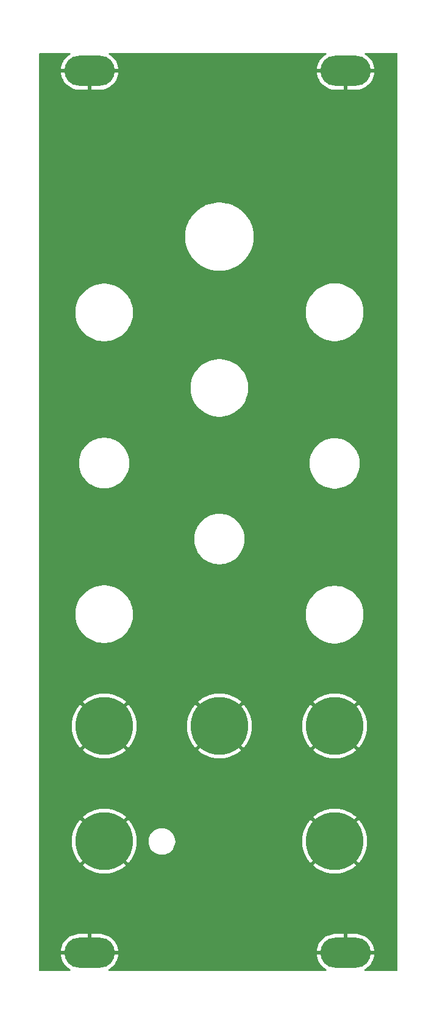
<source format=gbr>
%TF.GenerationSoftware,KiCad,Pcbnew,9.0.5*%
%TF.CreationDate,2025-11-15T20:55:57+01:00*%
%TF.ProjectId,FV1 Panel,46563120-5061-46e6-956c-2e6b69636164,rev?*%
%TF.SameCoordinates,Original*%
%TF.FileFunction,Copper,L2,Bot*%
%TF.FilePolarity,Positive*%
%FSLAX46Y46*%
G04 Gerber Fmt 4.6, Leading zero omitted, Abs format (unit mm)*
G04 Created by KiCad (PCBNEW 9.0.5) date 2025-11-15 20:55:57*
%MOMM*%
%LPD*%
G01*
G04 APERTURE LIST*
%TA.AperFunction,ComponentPad*%
%ADD10O,7.000000X4.200000*%
%TD*%
%TA.AperFunction,ComponentPad*%
%ADD11C,8.000000*%
%TD*%
G04 APERTURE END LIST*
D10*
%TO.P,,*%
%TO.N,GND*%
X152743956Y-165244752D03*
%TD*%
D11*
%TO.P,,*%
%TO.N,GND*%
X119233956Y-133744752D03*
%TD*%
%TO.P,,*%
%TO.N,GND*%
X135233956Y-133744752D03*
%TD*%
%TO.P,,*%
%TO.N,GND*%
X151233956Y-149744752D03*
%TD*%
%TO.P,,*%
%TO.N,GND*%
X119233956Y-149744752D03*
%TD*%
D10*
%TO.P,,*%
%TO.N,GND*%
X117203956Y-42734752D03*
%TD*%
%TO.P,,*%
%TO.N,GND*%
X152763956Y-42734752D03*
%TD*%
%TO.P,,*%
%TO.N,GND*%
X117183956Y-165244752D03*
%TD*%
D11*
%TO.P,,*%
%TO.N,GND*%
X151233956Y-133744752D03*
%TD*%
%TA.AperFunction,Conductor*%
%TO.N,GND*%
G36*
X114494778Y-40265254D02*
G01*
X114541271Y-40318910D01*
X114551375Y-40389184D01*
X114521881Y-40453764D01*
X114493693Y-40477939D01*
X114292411Y-40604412D01*
X114292404Y-40604416D01*
X114063382Y-40787055D01*
X113856259Y-40994178D01*
X113673620Y-41223200D01*
X113673616Y-41223207D01*
X113517781Y-41471218D01*
X113390683Y-41735138D01*
X113390675Y-41735158D01*
X113293936Y-42011620D01*
X113228753Y-42297203D01*
X113208073Y-42480751D01*
X113208073Y-42480752D01*
X114224241Y-42480752D01*
X114203956Y-42608829D01*
X114203956Y-42860675D01*
X114224241Y-42988752D01*
X113208073Y-42988752D01*
X113228753Y-43172300D01*
X113293936Y-43457883D01*
X113390675Y-43734345D01*
X113390683Y-43734365D01*
X113517781Y-43998285D01*
X113673616Y-44246296D01*
X113673620Y-44246303D01*
X113856259Y-44475325D01*
X114063382Y-44682448D01*
X114292404Y-44865087D01*
X114292411Y-44865091D01*
X114540422Y-45020926D01*
X114804342Y-45148024D01*
X114804362Y-45148032D01*
X115080824Y-45244771D01*
X115366406Y-45309954D01*
X115657493Y-45342752D01*
X116949956Y-45342752D01*
X116949956Y-44334752D01*
X117457956Y-44334752D01*
X117457956Y-45342752D01*
X118750419Y-45342752D01*
X119041505Y-45309954D01*
X119327087Y-45244771D01*
X119603549Y-45148032D01*
X119603569Y-45148024D01*
X119867489Y-45020926D01*
X120115500Y-44865091D01*
X120115507Y-44865087D01*
X120344529Y-44682448D01*
X120551652Y-44475325D01*
X120734291Y-44246303D01*
X120734295Y-44246296D01*
X120890130Y-43998285D01*
X121017228Y-43734365D01*
X121017236Y-43734345D01*
X121113975Y-43457883D01*
X121179158Y-43172300D01*
X121199838Y-42988752D01*
X120183671Y-42988752D01*
X120203956Y-42860675D01*
X120203956Y-42608829D01*
X120183671Y-42480752D01*
X121199839Y-42480752D01*
X121199838Y-42480751D01*
X121179158Y-42297203D01*
X121113975Y-42011620D01*
X121017236Y-41735158D01*
X121017228Y-41735138D01*
X120890130Y-41471218D01*
X120734295Y-41223207D01*
X120734291Y-41223200D01*
X120551652Y-40994178D01*
X120344529Y-40787055D01*
X120115507Y-40604416D01*
X120115500Y-40604412D01*
X119914219Y-40477939D01*
X119867181Y-40424761D01*
X119856361Y-40354594D01*
X119885194Y-40289715D01*
X119944525Y-40250724D01*
X119981255Y-40245252D01*
X149986657Y-40245252D01*
X150054778Y-40265254D01*
X150101271Y-40318910D01*
X150111375Y-40389184D01*
X150081881Y-40453764D01*
X150053693Y-40477939D01*
X149852411Y-40604412D01*
X149852404Y-40604416D01*
X149623382Y-40787055D01*
X149416259Y-40994178D01*
X149233620Y-41223200D01*
X149233616Y-41223207D01*
X149077781Y-41471218D01*
X148950683Y-41735138D01*
X148950675Y-41735158D01*
X148853936Y-42011620D01*
X148788753Y-42297203D01*
X148768073Y-42480751D01*
X148768073Y-42480752D01*
X149784241Y-42480752D01*
X149763956Y-42608829D01*
X149763956Y-42860675D01*
X149784241Y-42988752D01*
X148768073Y-42988752D01*
X148788753Y-43172300D01*
X148853936Y-43457883D01*
X148950675Y-43734345D01*
X148950683Y-43734365D01*
X149077781Y-43998285D01*
X149233616Y-44246296D01*
X149233620Y-44246303D01*
X149416259Y-44475325D01*
X149623382Y-44682448D01*
X149852404Y-44865087D01*
X149852411Y-44865091D01*
X150100422Y-45020926D01*
X150364342Y-45148024D01*
X150364362Y-45148032D01*
X150640824Y-45244771D01*
X150926406Y-45309954D01*
X151217493Y-45342752D01*
X152509956Y-45342752D01*
X152509956Y-44334752D01*
X153017956Y-44334752D01*
X153017956Y-45342752D01*
X154310419Y-45342752D01*
X154601505Y-45309954D01*
X154887087Y-45244771D01*
X155163549Y-45148032D01*
X155163569Y-45148024D01*
X155427489Y-45020926D01*
X155675500Y-44865091D01*
X155675507Y-44865087D01*
X155904529Y-44682448D01*
X156111652Y-44475325D01*
X156294291Y-44246303D01*
X156294295Y-44246296D01*
X156450130Y-43998285D01*
X156577228Y-43734365D01*
X156577236Y-43734345D01*
X156673975Y-43457883D01*
X156739158Y-43172300D01*
X156759838Y-42988752D01*
X155743671Y-42988752D01*
X155763956Y-42860675D01*
X155763956Y-42608829D01*
X155743671Y-42480752D01*
X156759839Y-42480752D01*
X156759838Y-42480751D01*
X156739158Y-42297203D01*
X156673975Y-42011620D01*
X156577236Y-41735158D01*
X156577228Y-41735138D01*
X156450130Y-41471218D01*
X156294295Y-41223207D01*
X156294291Y-41223200D01*
X156111652Y-40994178D01*
X155904529Y-40787055D01*
X155675507Y-40604416D01*
X155675500Y-40604412D01*
X155474219Y-40477939D01*
X155427181Y-40424761D01*
X155416361Y-40354594D01*
X155445194Y-40289715D01*
X155504525Y-40250724D01*
X155541255Y-40245252D01*
X159867456Y-40245252D01*
X159935577Y-40265254D01*
X159982070Y-40318910D01*
X159993456Y-40371252D01*
X159993456Y-167618252D01*
X159973454Y-167686373D01*
X159919798Y-167732866D01*
X159867456Y-167744252D01*
X155505340Y-167744252D01*
X155437219Y-167724250D01*
X155390726Y-167670594D01*
X155380622Y-167600320D01*
X155410116Y-167535740D01*
X155438304Y-167511565D01*
X155655500Y-167375091D01*
X155655507Y-167375087D01*
X155884529Y-167192448D01*
X156091652Y-166985325D01*
X156274291Y-166756303D01*
X156274295Y-166756296D01*
X156430130Y-166508285D01*
X156557228Y-166244365D01*
X156557236Y-166244345D01*
X156653975Y-165967883D01*
X156719158Y-165682300D01*
X156739838Y-165498752D01*
X155723671Y-165498752D01*
X155743956Y-165370675D01*
X155743956Y-165118829D01*
X155723671Y-164990752D01*
X156739839Y-164990752D01*
X156739838Y-164990751D01*
X156719158Y-164807203D01*
X156653975Y-164521620D01*
X156557236Y-164245158D01*
X156557228Y-164245138D01*
X156430130Y-163981218D01*
X156274295Y-163733207D01*
X156274291Y-163733200D01*
X156091652Y-163504178D01*
X155884529Y-163297055D01*
X155655507Y-163114416D01*
X155655500Y-163114412D01*
X155407489Y-162958577D01*
X155143569Y-162831479D01*
X155143549Y-162831471D01*
X154867087Y-162734732D01*
X154581505Y-162669549D01*
X154290419Y-162636752D01*
X152997956Y-162636752D01*
X152997956Y-163644752D01*
X152489956Y-163644752D01*
X152489956Y-162636752D01*
X151197493Y-162636752D01*
X150906406Y-162669549D01*
X150620824Y-162734732D01*
X150344362Y-162831471D01*
X150344342Y-162831479D01*
X150080422Y-162958577D01*
X149832411Y-163114412D01*
X149832404Y-163114416D01*
X149603382Y-163297055D01*
X149396259Y-163504178D01*
X149213620Y-163733200D01*
X149213616Y-163733207D01*
X149057781Y-163981218D01*
X148930683Y-164245138D01*
X148930675Y-164245158D01*
X148833936Y-164521620D01*
X148768753Y-164807203D01*
X148748073Y-164990751D01*
X148748073Y-164990752D01*
X149764241Y-164990752D01*
X149743956Y-165118829D01*
X149743956Y-165370675D01*
X149764241Y-165498752D01*
X148748073Y-165498752D01*
X148768753Y-165682300D01*
X148833936Y-165967883D01*
X148930675Y-166244345D01*
X148930683Y-166244365D01*
X149057781Y-166508285D01*
X149213616Y-166756296D01*
X149213620Y-166756303D01*
X149396259Y-166985325D01*
X149603382Y-167192448D01*
X149832404Y-167375087D01*
X149832411Y-167375091D01*
X150049608Y-167511565D01*
X150096646Y-167564743D01*
X150107466Y-167634910D01*
X150078633Y-167699789D01*
X150019302Y-167738780D01*
X149982572Y-167744252D01*
X119945340Y-167744252D01*
X119877219Y-167724250D01*
X119830726Y-167670594D01*
X119820622Y-167600320D01*
X119850116Y-167535740D01*
X119878304Y-167511565D01*
X120095500Y-167375091D01*
X120095507Y-167375087D01*
X120324529Y-167192448D01*
X120531652Y-166985325D01*
X120714291Y-166756303D01*
X120714295Y-166756296D01*
X120870130Y-166508285D01*
X120997228Y-166244365D01*
X120997236Y-166244345D01*
X121093975Y-165967883D01*
X121159158Y-165682300D01*
X121179838Y-165498752D01*
X120163671Y-165498752D01*
X120183956Y-165370675D01*
X120183956Y-165118829D01*
X120163671Y-164990752D01*
X121179839Y-164990752D01*
X121179838Y-164990751D01*
X121159158Y-164807203D01*
X121093975Y-164521620D01*
X120997236Y-164245158D01*
X120997228Y-164245138D01*
X120870130Y-163981218D01*
X120714295Y-163733207D01*
X120714291Y-163733200D01*
X120531652Y-163504178D01*
X120324529Y-163297055D01*
X120095507Y-163114416D01*
X120095500Y-163114412D01*
X119847489Y-162958577D01*
X119583569Y-162831479D01*
X119583549Y-162831471D01*
X119307087Y-162734732D01*
X119021505Y-162669549D01*
X118730419Y-162636752D01*
X117437956Y-162636752D01*
X117437956Y-163644752D01*
X116929956Y-163644752D01*
X116929956Y-162636752D01*
X115637493Y-162636752D01*
X115346406Y-162669549D01*
X115060824Y-162734732D01*
X114784362Y-162831471D01*
X114784342Y-162831479D01*
X114520422Y-162958577D01*
X114272411Y-163114412D01*
X114272404Y-163114416D01*
X114043382Y-163297055D01*
X113836259Y-163504178D01*
X113653620Y-163733200D01*
X113653616Y-163733207D01*
X113497781Y-163981218D01*
X113370683Y-164245138D01*
X113370675Y-164245158D01*
X113273936Y-164521620D01*
X113208753Y-164807203D01*
X113188073Y-164990751D01*
X113188073Y-164990752D01*
X114204241Y-164990752D01*
X114183956Y-165118829D01*
X114183956Y-165370675D01*
X114204241Y-165498752D01*
X113188073Y-165498752D01*
X113208753Y-165682300D01*
X113273936Y-165967883D01*
X113370675Y-166244345D01*
X113370683Y-166244365D01*
X113497781Y-166508285D01*
X113653616Y-166756296D01*
X113653620Y-166756303D01*
X113836259Y-166985325D01*
X114043382Y-167192448D01*
X114272404Y-167375087D01*
X114272411Y-167375091D01*
X114489608Y-167511565D01*
X114536646Y-167564743D01*
X114547466Y-167634910D01*
X114518633Y-167699789D01*
X114459302Y-167738780D01*
X114422572Y-167744252D01*
X110320456Y-167744252D01*
X110252335Y-167724250D01*
X110205842Y-167670594D01*
X110194456Y-167618252D01*
X110194456Y-149547934D01*
X114725956Y-149547934D01*
X114725956Y-149941569D01*
X114760264Y-150333723D01*
X114828621Y-150721393D01*
X114828621Y-150721394D01*
X114930506Y-151101633D01*
X115065138Y-151471531D01*
X115231497Y-151828291D01*
X115231507Y-151828309D01*
X115428324Y-152169205D01*
X115428330Y-152169213D01*
X115654112Y-152491662D01*
X115870250Y-152749246D01*
X116762823Y-151856672D01*
X116822961Y-151929950D01*
X117048758Y-152155747D01*
X117122033Y-152215882D01*
X116229460Y-153108456D01*
X116229460Y-153108457D01*
X116487045Y-153324595D01*
X116809494Y-153550377D01*
X116809502Y-153550383D01*
X117150398Y-153747200D01*
X117150416Y-153747210D01*
X117507176Y-153913569D01*
X117877074Y-154048201D01*
X118257314Y-154150086D01*
X118644984Y-154218443D01*
X119037138Y-154252752D01*
X119430774Y-154252752D01*
X119822927Y-154218443D01*
X120210597Y-154150086D01*
X120210598Y-154150086D01*
X120590837Y-154048201D01*
X120960735Y-153913569D01*
X121317495Y-153747210D01*
X121317513Y-153747200D01*
X121658409Y-153550383D01*
X121658417Y-153550377D01*
X121980867Y-153324595D01*
X122238450Y-153108456D01*
X121345877Y-152215883D01*
X121419154Y-152155747D01*
X121644951Y-151929950D01*
X121705087Y-151856673D01*
X122597660Y-152749246D01*
X122813799Y-152491663D01*
X123039581Y-152169213D01*
X123039587Y-152169205D01*
X123236404Y-151828309D01*
X123236414Y-151828291D01*
X123402773Y-151471531D01*
X123537405Y-151101633D01*
X123639290Y-150721394D01*
X123639290Y-150721393D01*
X123707647Y-150333723D01*
X123741956Y-149941569D01*
X123741956Y-149643461D01*
X125393456Y-149643461D01*
X125393456Y-149886042D01*
X125425116Y-150126534D01*
X125487900Y-150360847D01*
X125487901Y-150360849D01*
X125487902Y-150360852D01*
X125580732Y-150584964D01*
X125580733Y-150584965D01*
X125580738Y-150584976D01*
X125702017Y-150795037D01*
X125702019Y-150795040D01*
X125702020Y-150795041D01*
X125849691Y-150987490D01*
X125849695Y-150987494D01*
X125849700Y-150987500D01*
X126021207Y-151159007D01*
X126021212Y-151159011D01*
X126021218Y-151159017D01*
X126213667Y-151306688D01*
X126213670Y-151306690D01*
X126423731Y-151427969D01*
X126423735Y-151427970D01*
X126423744Y-151427976D01*
X126647856Y-151520806D01*
X126882167Y-151583590D01*
X126882171Y-151583590D01*
X126882173Y-151583591D01*
X126944158Y-151591751D01*
X127122668Y-151615252D01*
X127122675Y-151615252D01*
X127365237Y-151615252D01*
X127365244Y-151615252D01*
X127582593Y-151586637D01*
X127605738Y-151583591D01*
X127605738Y-151583590D01*
X127605745Y-151583590D01*
X127840056Y-151520806D01*
X128064168Y-151427976D01*
X128274245Y-151306688D01*
X128466694Y-151159017D01*
X128638221Y-150987490D01*
X128785892Y-150795041D01*
X128907180Y-150584964D01*
X129000010Y-150360852D01*
X129062794Y-150126541D01*
X129094456Y-149886040D01*
X129094456Y-149643464D01*
X129081879Y-149547934D01*
X146725956Y-149547934D01*
X146725956Y-149941569D01*
X146760264Y-150333723D01*
X146828621Y-150721393D01*
X146828621Y-150721394D01*
X146930506Y-151101633D01*
X147065138Y-151471531D01*
X147231497Y-151828291D01*
X147231507Y-151828309D01*
X147428324Y-152169205D01*
X147428330Y-152169213D01*
X147654112Y-152491662D01*
X147870250Y-152749246D01*
X148762823Y-151856672D01*
X148822961Y-151929950D01*
X149048758Y-152155747D01*
X149122033Y-152215882D01*
X148229460Y-153108456D01*
X148229460Y-153108457D01*
X148487045Y-153324595D01*
X148809494Y-153550377D01*
X148809502Y-153550383D01*
X149150398Y-153747200D01*
X149150416Y-153747210D01*
X149507176Y-153913569D01*
X149877074Y-154048201D01*
X150257314Y-154150086D01*
X150644984Y-154218443D01*
X151037138Y-154252752D01*
X151430774Y-154252752D01*
X151822927Y-154218443D01*
X152210597Y-154150086D01*
X152210598Y-154150086D01*
X152590837Y-154048201D01*
X152960735Y-153913569D01*
X153317495Y-153747210D01*
X153317513Y-153747200D01*
X153658409Y-153550383D01*
X153658417Y-153550377D01*
X153980867Y-153324595D01*
X154238450Y-153108456D01*
X153345877Y-152215883D01*
X153419154Y-152155747D01*
X153644951Y-151929950D01*
X153705087Y-151856673D01*
X154597660Y-152749246D01*
X154813799Y-152491663D01*
X155039581Y-152169213D01*
X155039587Y-152169205D01*
X155236404Y-151828309D01*
X155236414Y-151828291D01*
X155402773Y-151471531D01*
X155537405Y-151101633D01*
X155639290Y-150721394D01*
X155639290Y-150721393D01*
X155707647Y-150333723D01*
X155741956Y-149941569D01*
X155741956Y-149547934D01*
X155707647Y-149155780D01*
X155639290Y-148768110D01*
X155639290Y-148768109D01*
X155537405Y-148387870D01*
X155402773Y-148017972D01*
X155236414Y-147661212D01*
X155236404Y-147661194D01*
X155039587Y-147320298D01*
X155039581Y-147320290D01*
X154813799Y-146997841D01*
X154597660Y-146740256D01*
X153705086Y-147632829D01*
X153644951Y-147559554D01*
X153419154Y-147333757D01*
X153345876Y-147273619D01*
X154238450Y-146381046D01*
X154238450Y-146381045D01*
X153980866Y-146164908D01*
X153658417Y-145939126D01*
X153658409Y-145939120D01*
X153317513Y-145742303D01*
X153317495Y-145742293D01*
X152960735Y-145575934D01*
X152590837Y-145441302D01*
X152210597Y-145339417D01*
X151822927Y-145271060D01*
X151430774Y-145236752D01*
X151037138Y-145236752D01*
X150644984Y-145271060D01*
X150257314Y-145339417D01*
X150257313Y-145339417D01*
X149877074Y-145441302D01*
X149507176Y-145575934D01*
X149150416Y-145742293D01*
X149150398Y-145742303D01*
X148809502Y-145939120D01*
X148809494Y-145939126D01*
X148487045Y-146164908D01*
X148229460Y-146381045D01*
X149122034Y-147273620D01*
X149048758Y-147333757D01*
X148822961Y-147559554D01*
X148762824Y-147632830D01*
X147870249Y-146740256D01*
X147654112Y-146997841D01*
X147428330Y-147320290D01*
X147428324Y-147320298D01*
X147231507Y-147661194D01*
X147231497Y-147661212D01*
X147065138Y-148017972D01*
X146930506Y-148387870D01*
X146828621Y-148768109D01*
X146828621Y-148768110D01*
X146760264Y-149155780D01*
X146725956Y-149547934D01*
X129081879Y-149547934D01*
X129062795Y-149402970D01*
X129062794Y-149402969D01*
X129062794Y-149402963D01*
X129000010Y-149168652D01*
X128907180Y-148944540D01*
X128907174Y-148944531D01*
X128907173Y-148944527D01*
X128785894Y-148734466D01*
X128785892Y-148734463D01*
X128638221Y-148542014D01*
X128638215Y-148542008D01*
X128638211Y-148542003D01*
X128466704Y-148370496D01*
X128466698Y-148370491D01*
X128466694Y-148370487D01*
X128274245Y-148222816D01*
X128274244Y-148222815D01*
X128274241Y-148222813D01*
X128064180Y-148101534D01*
X128064172Y-148101530D01*
X128064168Y-148101528D01*
X127840056Y-148008698D01*
X127840053Y-148008697D01*
X127840051Y-148008696D01*
X127605738Y-147945912D01*
X127365246Y-147914252D01*
X127365244Y-147914252D01*
X127122668Y-147914252D01*
X127122665Y-147914252D01*
X126882173Y-147945912D01*
X126647860Y-148008696D01*
X126647856Y-148008698D01*
X126495266Y-148071903D01*
X126423742Y-148101529D01*
X126423731Y-148101534D01*
X126213670Y-148222813D01*
X126021218Y-148370487D01*
X126021207Y-148370496D01*
X125849700Y-148542003D01*
X125849691Y-148542014D01*
X125702017Y-148734466D01*
X125580738Y-148944527D01*
X125580733Y-148944538D01*
X125487902Y-149168652D01*
X125487900Y-149168656D01*
X125425116Y-149402969D01*
X125393456Y-149643461D01*
X123741956Y-149643461D01*
X123741956Y-149547934D01*
X123707647Y-149155780D01*
X123639290Y-148768110D01*
X123639290Y-148768109D01*
X123537405Y-148387870D01*
X123402773Y-148017972D01*
X123236414Y-147661212D01*
X123236404Y-147661194D01*
X123039587Y-147320298D01*
X123039581Y-147320290D01*
X122813799Y-146997841D01*
X122597660Y-146740256D01*
X121705086Y-147632829D01*
X121644951Y-147559554D01*
X121419154Y-147333757D01*
X121345876Y-147273619D01*
X122238450Y-146381046D01*
X122238450Y-146381045D01*
X121980866Y-146164908D01*
X121658417Y-145939126D01*
X121658409Y-145939120D01*
X121317513Y-145742303D01*
X121317495Y-145742293D01*
X120960735Y-145575934D01*
X120590837Y-145441302D01*
X120210597Y-145339417D01*
X119822927Y-145271060D01*
X119430774Y-145236752D01*
X119037138Y-145236752D01*
X118644984Y-145271060D01*
X118257314Y-145339417D01*
X118257313Y-145339417D01*
X117877074Y-145441302D01*
X117507176Y-145575934D01*
X117150416Y-145742293D01*
X117150398Y-145742303D01*
X116809502Y-145939120D01*
X116809494Y-145939126D01*
X116487045Y-146164908D01*
X116229460Y-146381045D01*
X117122034Y-147273620D01*
X117048758Y-147333757D01*
X116822961Y-147559554D01*
X116762824Y-147632830D01*
X115870249Y-146740256D01*
X115654112Y-146997841D01*
X115428330Y-147320290D01*
X115428324Y-147320298D01*
X115231507Y-147661194D01*
X115231497Y-147661212D01*
X115065138Y-148017972D01*
X114930506Y-148387870D01*
X114828621Y-148768109D01*
X114828621Y-148768110D01*
X114760264Y-149155780D01*
X114725956Y-149547934D01*
X110194456Y-149547934D01*
X110194456Y-133547934D01*
X114725956Y-133547934D01*
X114725956Y-133941569D01*
X114760264Y-134333723D01*
X114828621Y-134721393D01*
X114828621Y-134721394D01*
X114930506Y-135101633D01*
X115065138Y-135471531D01*
X115231497Y-135828291D01*
X115231507Y-135828309D01*
X115428324Y-136169205D01*
X115428330Y-136169213D01*
X115654112Y-136491662D01*
X115870250Y-136749246D01*
X116762823Y-135856672D01*
X116822961Y-135929950D01*
X117048758Y-136155747D01*
X117122033Y-136215882D01*
X116229460Y-137108456D01*
X116229460Y-137108457D01*
X116487045Y-137324595D01*
X116809494Y-137550377D01*
X116809502Y-137550383D01*
X117150398Y-137747200D01*
X117150416Y-137747210D01*
X117507176Y-137913569D01*
X117877074Y-138048201D01*
X118257314Y-138150086D01*
X118644984Y-138218443D01*
X119037138Y-138252752D01*
X119430774Y-138252752D01*
X119822927Y-138218443D01*
X120210597Y-138150086D01*
X120210598Y-138150086D01*
X120590837Y-138048201D01*
X120960735Y-137913569D01*
X121317495Y-137747210D01*
X121317513Y-137747200D01*
X121658409Y-137550383D01*
X121658417Y-137550377D01*
X121980867Y-137324595D01*
X122238450Y-137108456D01*
X121345877Y-136215883D01*
X121419154Y-136155747D01*
X121644951Y-135929950D01*
X121705087Y-135856673D01*
X122597660Y-136749246D01*
X122813799Y-136491663D01*
X123039581Y-136169213D01*
X123039587Y-136169205D01*
X123236404Y-135828309D01*
X123236414Y-135828291D01*
X123402773Y-135471531D01*
X123537405Y-135101633D01*
X123639290Y-134721394D01*
X123639290Y-134721393D01*
X123707647Y-134333723D01*
X123741956Y-133941569D01*
X123741956Y-133547934D01*
X130725956Y-133547934D01*
X130725956Y-133941569D01*
X130760264Y-134333723D01*
X130828621Y-134721393D01*
X130828621Y-134721394D01*
X130930506Y-135101633D01*
X131065138Y-135471531D01*
X131231497Y-135828291D01*
X131231507Y-135828309D01*
X131428324Y-136169205D01*
X131428330Y-136169213D01*
X131654112Y-136491662D01*
X131870250Y-136749246D01*
X132762823Y-135856672D01*
X132822961Y-135929950D01*
X133048758Y-136155747D01*
X133122033Y-136215882D01*
X132229460Y-137108456D01*
X132229460Y-137108457D01*
X132487045Y-137324595D01*
X132809494Y-137550377D01*
X132809502Y-137550383D01*
X133150398Y-137747200D01*
X133150416Y-137747210D01*
X133507176Y-137913569D01*
X133877074Y-138048201D01*
X134257314Y-138150086D01*
X134644984Y-138218443D01*
X135037138Y-138252752D01*
X135430774Y-138252752D01*
X135822927Y-138218443D01*
X136210597Y-138150086D01*
X136210598Y-138150086D01*
X136590837Y-138048201D01*
X136960735Y-137913569D01*
X137317495Y-137747210D01*
X137317513Y-137747200D01*
X137658409Y-137550383D01*
X137658417Y-137550377D01*
X137980867Y-137324595D01*
X138238450Y-137108456D01*
X137345877Y-136215883D01*
X137419154Y-136155747D01*
X137644951Y-135929950D01*
X137705087Y-135856673D01*
X138597660Y-136749246D01*
X138813799Y-136491663D01*
X139039581Y-136169213D01*
X139039587Y-136169205D01*
X139236404Y-135828309D01*
X139236414Y-135828291D01*
X139402773Y-135471531D01*
X139537405Y-135101633D01*
X139639290Y-134721394D01*
X139639290Y-134721393D01*
X139707647Y-134333723D01*
X139741956Y-133941569D01*
X139741956Y-133547934D01*
X146725956Y-133547934D01*
X146725956Y-133941569D01*
X146760264Y-134333723D01*
X146828621Y-134721393D01*
X146828621Y-134721394D01*
X146930506Y-135101633D01*
X147065138Y-135471531D01*
X147231497Y-135828291D01*
X147231507Y-135828309D01*
X147428324Y-136169205D01*
X147428330Y-136169213D01*
X147654112Y-136491662D01*
X147870250Y-136749246D01*
X148762823Y-135856672D01*
X148822961Y-135929950D01*
X149048758Y-136155747D01*
X149122033Y-136215882D01*
X148229460Y-137108456D01*
X148229460Y-137108457D01*
X148487045Y-137324595D01*
X148809494Y-137550377D01*
X148809502Y-137550383D01*
X149150398Y-137747200D01*
X149150416Y-137747210D01*
X149507176Y-137913569D01*
X149877074Y-138048201D01*
X150257314Y-138150086D01*
X150644984Y-138218443D01*
X151037138Y-138252752D01*
X151430774Y-138252752D01*
X151822927Y-138218443D01*
X152210597Y-138150086D01*
X152210598Y-138150086D01*
X152590837Y-138048201D01*
X152960735Y-137913569D01*
X153317495Y-137747210D01*
X153317513Y-137747200D01*
X153658409Y-137550383D01*
X153658417Y-137550377D01*
X153980867Y-137324595D01*
X154238450Y-137108456D01*
X153345877Y-136215883D01*
X153419154Y-136155747D01*
X153644951Y-135929950D01*
X153705087Y-135856673D01*
X154597660Y-136749246D01*
X154813799Y-136491663D01*
X155039581Y-136169213D01*
X155039587Y-136169205D01*
X155236404Y-135828309D01*
X155236414Y-135828291D01*
X155402773Y-135471531D01*
X155537405Y-135101633D01*
X155639290Y-134721394D01*
X155639290Y-134721393D01*
X155707647Y-134333723D01*
X155741956Y-133941569D01*
X155741956Y-133547934D01*
X155707647Y-133155780D01*
X155639290Y-132768110D01*
X155639290Y-132768109D01*
X155537405Y-132387870D01*
X155402773Y-132017972D01*
X155236414Y-131661212D01*
X155236404Y-131661194D01*
X155039587Y-131320298D01*
X155039581Y-131320290D01*
X154813799Y-130997841D01*
X154597660Y-130740256D01*
X153705086Y-131632829D01*
X153644951Y-131559554D01*
X153419154Y-131333757D01*
X153345876Y-131273619D01*
X154238450Y-130381046D01*
X154238450Y-130381045D01*
X153980866Y-130164908D01*
X153658417Y-129939126D01*
X153658409Y-129939120D01*
X153317513Y-129742303D01*
X153317495Y-129742293D01*
X152960735Y-129575934D01*
X152590837Y-129441302D01*
X152210597Y-129339417D01*
X151822927Y-129271060D01*
X151430774Y-129236752D01*
X151037138Y-129236752D01*
X150644984Y-129271060D01*
X150257314Y-129339417D01*
X150257313Y-129339417D01*
X149877074Y-129441302D01*
X149507176Y-129575934D01*
X149150416Y-129742293D01*
X149150398Y-129742303D01*
X148809502Y-129939120D01*
X148809494Y-129939126D01*
X148487045Y-130164908D01*
X148229460Y-130381045D01*
X149122034Y-131273620D01*
X149048758Y-131333757D01*
X148822961Y-131559554D01*
X148762824Y-131632830D01*
X147870249Y-130740256D01*
X147654112Y-130997841D01*
X147428330Y-131320290D01*
X147428324Y-131320298D01*
X147231507Y-131661194D01*
X147231497Y-131661212D01*
X147065138Y-132017972D01*
X146930506Y-132387870D01*
X146828621Y-132768109D01*
X146828621Y-132768110D01*
X146760264Y-133155780D01*
X146725956Y-133547934D01*
X139741956Y-133547934D01*
X139707647Y-133155780D01*
X139639290Y-132768110D01*
X139639290Y-132768109D01*
X139537405Y-132387870D01*
X139402773Y-132017972D01*
X139236414Y-131661212D01*
X139236404Y-131661194D01*
X139039587Y-131320298D01*
X139039581Y-131320290D01*
X138813799Y-130997841D01*
X138597660Y-130740256D01*
X137705086Y-131632829D01*
X137644951Y-131559554D01*
X137419154Y-131333757D01*
X137345876Y-131273619D01*
X138238450Y-130381046D01*
X138238450Y-130381045D01*
X137980866Y-130164908D01*
X137658417Y-129939126D01*
X137658409Y-129939120D01*
X137317513Y-129742303D01*
X137317495Y-129742293D01*
X136960735Y-129575934D01*
X136590837Y-129441302D01*
X136210597Y-129339417D01*
X135822927Y-129271060D01*
X135430774Y-129236752D01*
X135037138Y-129236752D01*
X134644984Y-129271060D01*
X134257314Y-129339417D01*
X134257313Y-129339417D01*
X133877074Y-129441302D01*
X133507176Y-129575934D01*
X133150416Y-129742293D01*
X133150398Y-129742303D01*
X132809502Y-129939120D01*
X132809494Y-129939126D01*
X132487045Y-130164908D01*
X132229460Y-130381045D01*
X133122034Y-131273620D01*
X133048758Y-131333757D01*
X132822961Y-131559554D01*
X132762824Y-131632830D01*
X131870249Y-130740256D01*
X131654112Y-130997841D01*
X131428330Y-131320290D01*
X131428324Y-131320298D01*
X131231507Y-131661194D01*
X131231497Y-131661212D01*
X131065138Y-132017972D01*
X130930506Y-132387870D01*
X130828621Y-132768109D01*
X130828621Y-132768110D01*
X130760264Y-133155780D01*
X130725956Y-133547934D01*
X123741956Y-133547934D01*
X123707647Y-133155780D01*
X123639290Y-132768110D01*
X123639290Y-132768109D01*
X123537405Y-132387870D01*
X123402773Y-132017972D01*
X123236414Y-131661212D01*
X123236404Y-131661194D01*
X123039587Y-131320298D01*
X123039581Y-131320290D01*
X122813799Y-130997841D01*
X122597660Y-130740256D01*
X121705086Y-131632829D01*
X121644951Y-131559554D01*
X121419154Y-131333757D01*
X121345876Y-131273619D01*
X122238450Y-130381046D01*
X122238450Y-130381045D01*
X121980866Y-130164908D01*
X121658417Y-129939126D01*
X121658409Y-129939120D01*
X121317513Y-129742303D01*
X121317495Y-129742293D01*
X120960735Y-129575934D01*
X120590837Y-129441302D01*
X120210597Y-129339417D01*
X119822927Y-129271060D01*
X119430774Y-129236752D01*
X119037138Y-129236752D01*
X118644984Y-129271060D01*
X118257314Y-129339417D01*
X118257313Y-129339417D01*
X117877074Y-129441302D01*
X117507176Y-129575934D01*
X117150416Y-129742293D01*
X117150398Y-129742303D01*
X116809502Y-129939120D01*
X116809494Y-129939126D01*
X116487045Y-130164908D01*
X116229460Y-130381045D01*
X117122034Y-131273620D01*
X117048758Y-131333757D01*
X116822961Y-131559554D01*
X116762824Y-131632830D01*
X115870249Y-130740256D01*
X115654112Y-130997841D01*
X115428330Y-131320290D01*
X115428324Y-131320298D01*
X115231507Y-131661194D01*
X115231497Y-131661212D01*
X115065138Y-132017972D01*
X114930506Y-132387870D01*
X114828621Y-132768109D01*
X114828621Y-132768110D01*
X114760264Y-133155780D01*
X114725956Y-133547934D01*
X110194456Y-133547934D01*
X110194456Y-118008213D01*
X115213456Y-118008213D01*
X115213456Y-118401290D01*
X115251981Y-118792440D01*
X115251984Y-118792460D01*
X115328662Y-119177953D01*
X115442766Y-119554105D01*
X115442767Y-119554109D01*
X115593185Y-119917249D01*
X115778475Y-120263903D01*
X115996844Y-120590714D01*
X115996855Y-120590729D01*
X116246200Y-120894558D01*
X116246218Y-120894577D01*
X116524130Y-121172489D01*
X116524149Y-121172507D01*
X116597260Y-121232507D01*
X116827987Y-121421859D01*
X117154807Y-121640234D01*
X117501459Y-121825523D01*
X117864603Y-121975942D01*
X118240741Y-122090042D01*
X118240750Y-122090043D01*
X118240754Y-122090045D01*
X118371542Y-122116059D01*
X118626253Y-122166725D01*
X119017424Y-122205252D01*
X119017433Y-122205252D01*
X119410479Y-122205252D01*
X119410488Y-122205252D01*
X119801659Y-122166725D01*
X120119186Y-122103564D01*
X120187157Y-122090045D01*
X120187159Y-122090044D01*
X120187171Y-122090042D01*
X120563309Y-121975942D01*
X120926453Y-121825523D01*
X121273105Y-121640234D01*
X121599925Y-121421859D01*
X121903768Y-121172502D01*
X122181706Y-120894564D01*
X122431063Y-120590721D01*
X122649438Y-120263901D01*
X122834727Y-119917249D01*
X122985146Y-119554105D01*
X123099246Y-119177967D01*
X123175929Y-118792455D01*
X123214456Y-118401284D01*
X123214456Y-118068213D01*
X147233456Y-118068213D01*
X147233456Y-118461290D01*
X147271981Y-118852440D01*
X147271984Y-118852460D01*
X147348662Y-119237953D01*
X147462766Y-119614105D01*
X147462767Y-119614109D01*
X147613185Y-119977249D01*
X147798475Y-120323903D01*
X148016844Y-120650714D01*
X148016855Y-120650729D01*
X148266200Y-120954558D01*
X148266218Y-120954577D01*
X148544130Y-121232489D01*
X148544149Y-121232507D01*
X148847978Y-121481852D01*
X148847987Y-121481859D01*
X149174807Y-121700234D01*
X149521459Y-121885523D01*
X149884603Y-122035942D01*
X150260741Y-122150042D01*
X150260750Y-122150043D01*
X150260754Y-122150045D01*
X150391542Y-122176059D01*
X150646253Y-122226725D01*
X151037424Y-122265252D01*
X151037433Y-122265252D01*
X151430479Y-122265252D01*
X151430488Y-122265252D01*
X151821659Y-122226725D01*
X152139186Y-122163564D01*
X152207157Y-122150045D01*
X152207159Y-122150044D01*
X152207171Y-122150042D01*
X152583309Y-122035942D01*
X152946453Y-121885523D01*
X153293105Y-121700234D01*
X153619925Y-121481859D01*
X153923768Y-121232502D01*
X154201706Y-120954564D01*
X154451063Y-120650721D01*
X154669438Y-120323901D01*
X154854727Y-119977249D01*
X155005146Y-119614105D01*
X155119246Y-119237967D01*
X155195929Y-118852455D01*
X155234456Y-118461284D01*
X155234456Y-118068220D01*
X155195929Y-117677049D01*
X155119246Y-117291537D01*
X155005146Y-116915399D01*
X154854727Y-116552255D01*
X154669438Y-116205603D01*
X154451063Y-115878783D01*
X154451056Y-115878774D01*
X154201711Y-115574945D01*
X154201693Y-115574926D01*
X153923781Y-115297014D01*
X153923762Y-115296996D01*
X153619933Y-115047651D01*
X153619918Y-115047640D01*
X153293107Y-114829271D01*
X152946453Y-114643981D01*
X152583313Y-114493563D01*
X152583309Y-114493562D01*
X152385515Y-114433562D01*
X152207171Y-114379462D01*
X152207168Y-114379461D01*
X152207157Y-114379458D01*
X151821664Y-114302780D01*
X151821659Y-114302779D01*
X151821654Y-114302778D01*
X151821644Y-114302777D01*
X151430494Y-114264252D01*
X151430488Y-114264252D01*
X151037424Y-114264252D01*
X151037417Y-114264252D01*
X150646267Y-114302777D01*
X150646254Y-114302778D01*
X150646253Y-114302779D01*
X150646250Y-114302779D01*
X150646247Y-114302780D01*
X150260754Y-114379458D01*
X149884602Y-114493562D01*
X149884598Y-114493563D01*
X149521458Y-114643981D01*
X149174804Y-114829271D01*
X148847993Y-115047640D01*
X148847978Y-115047651D01*
X148544149Y-115296996D01*
X148544130Y-115297014D01*
X148266218Y-115574926D01*
X148266200Y-115574945D01*
X148016855Y-115878774D01*
X148016844Y-115878789D01*
X147798475Y-116205600D01*
X147613185Y-116552254D01*
X147462767Y-116915394D01*
X147462766Y-116915398D01*
X147348662Y-117291550D01*
X147271984Y-117677043D01*
X147271981Y-117677063D01*
X147233456Y-118068213D01*
X123214456Y-118068213D01*
X123214456Y-118008220D01*
X123175929Y-117617049D01*
X123125263Y-117362338D01*
X123099249Y-117231550D01*
X123099247Y-117231546D01*
X123099246Y-117231537D01*
X122985146Y-116855399D01*
X122834727Y-116492255D01*
X122649438Y-116145603D01*
X122431063Y-115818783D01*
X122431056Y-115818774D01*
X122181711Y-115514945D01*
X122181693Y-115514926D01*
X121903781Y-115237014D01*
X121903762Y-115236996D01*
X121599933Y-114987651D01*
X121599918Y-114987640D01*
X121273107Y-114769271D01*
X120926453Y-114583981D01*
X120563313Y-114433563D01*
X120563309Y-114433562D01*
X120187171Y-114319462D01*
X120187168Y-114319461D01*
X120187157Y-114319458D01*
X119801664Y-114242780D01*
X119801659Y-114242779D01*
X119801654Y-114242778D01*
X119801644Y-114242777D01*
X119410494Y-114204252D01*
X119410488Y-114204252D01*
X119017424Y-114204252D01*
X119017417Y-114204252D01*
X118626267Y-114242777D01*
X118626254Y-114242778D01*
X118626253Y-114242779D01*
X118626250Y-114242779D01*
X118626247Y-114242780D01*
X118240754Y-114319458D01*
X117864602Y-114433562D01*
X117864598Y-114433563D01*
X117501458Y-114583981D01*
X117154804Y-114769271D01*
X116827993Y-114987640D01*
X116827978Y-114987651D01*
X116524149Y-115236996D01*
X116524130Y-115237014D01*
X116246218Y-115514926D01*
X116246200Y-115514945D01*
X115996855Y-115818774D01*
X115996844Y-115818789D01*
X115778475Y-116145600D01*
X115593185Y-116492254D01*
X115442767Y-116855394D01*
X115442766Y-116855398D01*
X115328662Y-117231550D01*
X115251984Y-117617043D01*
X115251981Y-117617063D01*
X115213456Y-118008213D01*
X110194456Y-118008213D01*
X110194456Y-107602776D01*
X131723456Y-107602776D01*
X131723456Y-107946727D01*
X131757165Y-108288987D01*
X131757167Y-108289002D01*
X131824266Y-108626330D01*
X131924106Y-108955457D01*
X131924107Y-108955461D01*
X132055725Y-109273214D01*
X132217857Y-109576541D01*
X132408937Y-109862513D01*
X132627114Y-110128363D01*
X132627140Y-110128392D01*
X132870315Y-110371567D01*
X132870324Y-110371575D01*
X132870329Y-110371580D01*
X132870334Y-110371584D01*
X132870344Y-110371593D01*
X133136194Y-110589770D01*
X133422166Y-110780850D01*
X133422169Y-110780852D01*
X133725494Y-110942983D01*
X134043251Y-111074602D01*
X134372378Y-111174442D01*
X134709706Y-111241541D01*
X135051987Y-111275252D01*
X135051996Y-111275252D01*
X135395916Y-111275252D01*
X135395925Y-111275252D01*
X135738206Y-111241541D01*
X136075534Y-111174442D01*
X136404661Y-111074602D01*
X136722418Y-110942983D01*
X137025743Y-110780852D01*
X137311716Y-110589771D01*
X137577583Y-110371580D01*
X137820784Y-110128379D01*
X138038975Y-109862512D01*
X138230056Y-109576539D01*
X138392187Y-109273214D01*
X138523806Y-108955457D01*
X138623646Y-108626330D01*
X138690745Y-108289002D01*
X138724456Y-107946721D01*
X138724456Y-107602783D01*
X138690745Y-107260502D01*
X138623646Y-106923174D01*
X138523806Y-106594047D01*
X138392187Y-106276290D01*
X138230056Y-105972965D01*
X138038975Y-105686992D01*
X138038974Y-105686990D01*
X137820797Y-105421140D01*
X137820771Y-105421111D01*
X137577596Y-105177936D01*
X137577567Y-105177910D01*
X137311717Y-104959733D01*
X137025745Y-104768653D01*
X136722418Y-104606521D01*
X136404665Y-104474903D01*
X136404661Y-104474902D01*
X136075534Y-104375062D01*
X135850648Y-104330329D01*
X135738207Y-104307963D01*
X135738191Y-104307961D01*
X135395931Y-104274252D01*
X135395925Y-104274252D01*
X135051987Y-104274252D01*
X135051980Y-104274252D01*
X134709720Y-104307961D01*
X134709704Y-104307963D01*
X134484820Y-104352695D01*
X134372378Y-104375062D01*
X134207814Y-104424982D01*
X134043250Y-104474902D01*
X134043246Y-104474903D01*
X133725493Y-104606521D01*
X133422166Y-104768653D01*
X133136194Y-104959733D01*
X132870344Y-105177910D01*
X132870315Y-105177936D01*
X132627140Y-105421111D01*
X132627114Y-105421140D01*
X132408937Y-105686990D01*
X132217857Y-105972962D01*
X132055725Y-106276289D01*
X131924107Y-106594042D01*
X131924106Y-106594046D01*
X131824266Y-106923175D01*
X131757167Y-107260500D01*
X131757165Y-107260516D01*
X131723456Y-107602776D01*
X110194456Y-107602776D01*
X110194456Y-97032776D01*
X115713456Y-97032776D01*
X115713456Y-97376727D01*
X115747165Y-97718987D01*
X115747167Y-97719002D01*
X115814266Y-98056330D01*
X115832467Y-98116330D01*
X115914106Y-98385457D01*
X115914107Y-98385461D01*
X116045725Y-98703214D01*
X116207857Y-99006541D01*
X116398937Y-99292513D01*
X116617114Y-99558363D01*
X116617140Y-99558392D01*
X116860315Y-99801567D01*
X116860324Y-99801575D01*
X116860329Y-99801580D01*
X116860334Y-99801584D01*
X116860344Y-99801593D01*
X117126194Y-100019770D01*
X117215991Y-100079770D01*
X117412169Y-100210852D01*
X117715494Y-100372983D01*
X118033251Y-100504602D01*
X118362378Y-100604442D01*
X118699706Y-100671541D01*
X119041987Y-100705252D01*
X119041996Y-100705252D01*
X119385916Y-100705252D01*
X119385925Y-100705252D01*
X119728206Y-100671541D01*
X120065534Y-100604442D01*
X120394661Y-100504602D01*
X120712418Y-100372983D01*
X121015743Y-100210852D01*
X121301716Y-100019771D01*
X121567583Y-99801580D01*
X121810784Y-99558379D01*
X122028975Y-99292512D01*
X122220056Y-99006539D01*
X122382187Y-98703214D01*
X122513806Y-98385457D01*
X122613646Y-98056330D01*
X122680745Y-97719002D01*
X122714456Y-97376721D01*
X122714456Y-97092776D01*
X147733456Y-97092776D01*
X147733456Y-97436727D01*
X147767165Y-97778987D01*
X147767167Y-97779002D01*
X147834266Y-98116330D01*
X147915905Y-98385457D01*
X147934106Y-98445457D01*
X147934107Y-98445461D01*
X148065725Y-98763214D01*
X148227857Y-99066541D01*
X148418937Y-99352513D01*
X148637114Y-99618363D01*
X148637140Y-99618392D01*
X148880315Y-99861567D01*
X148880324Y-99861575D01*
X148880329Y-99861580D01*
X148880334Y-99861584D01*
X148880344Y-99861593D01*
X149146194Y-100079770D01*
X149432166Y-100270850D01*
X149432169Y-100270852D01*
X149735494Y-100432983D01*
X150053251Y-100564602D01*
X150382378Y-100664442D01*
X150719706Y-100731541D01*
X151061987Y-100765252D01*
X151061996Y-100765252D01*
X151405916Y-100765252D01*
X151405925Y-100765252D01*
X151748206Y-100731541D01*
X152085534Y-100664442D01*
X152414661Y-100564602D01*
X152732418Y-100432983D01*
X153035743Y-100270852D01*
X153321716Y-100079771D01*
X153587583Y-99861580D01*
X153830784Y-99618379D01*
X154048975Y-99352512D01*
X154240056Y-99066539D01*
X154402187Y-98763214D01*
X154533806Y-98445457D01*
X154633646Y-98116330D01*
X154700745Y-97779002D01*
X154734456Y-97436721D01*
X154734456Y-97092783D01*
X154700745Y-96750502D01*
X154633646Y-96413174D01*
X154533806Y-96084047D01*
X154402187Y-95766290D01*
X154240056Y-95462965D01*
X154048975Y-95176992D01*
X154048974Y-95176990D01*
X153830797Y-94911140D01*
X153830771Y-94911111D01*
X153587596Y-94667936D01*
X153587567Y-94667910D01*
X153321717Y-94449733D01*
X153035745Y-94258653D01*
X152732418Y-94096521D01*
X152414665Y-93964903D01*
X152414661Y-93964902D01*
X152085534Y-93865062D01*
X151860648Y-93820329D01*
X151748207Y-93797963D01*
X151748191Y-93797961D01*
X151405931Y-93764252D01*
X151405925Y-93764252D01*
X151061987Y-93764252D01*
X151061980Y-93764252D01*
X150719720Y-93797961D01*
X150719704Y-93797963D01*
X150494820Y-93842695D01*
X150382378Y-93865062D01*
X150217814Y-93914982D01*
X150053250Y-93964902D01*
X150053246Y-93964903D01*
X149735493Y-94096521D01*
X149432166Y-94258653D01*
X149146194Y-94449733D01*
X148880344Y-94667910D01*
X148880315Y-94667936D01*
X148637140Y-94911111D01*
X148637114Y-94911140D01*
X148418937Y-95176990D01*
X148227857Y-95462962D01*
X148065725Y-95766289D01*
X147934107Y-96084042D01*
X147934106Y-96084046D01*
X147834266Y-96413175D01*
X147767167Y-96750500D01*
X147767165Y-96750516D01*
X147733456Y-97092776D01*
X122714456Y-97092776D01*
X122714456Y-97032783D01*
X122680745Y-96690502D01*
X122613646Y-96353174D01*
X122513806Y-96024047D01*
X122382187Y-95706290D01*
X122220056Y-95402965D01*
X122069066Y-95176992D01*
X122028974Y-95116990D01*
X121810797Y-94851140D01*
X121810771Y-94851111D01*
X121567596Y-94607936D01*
X121567567Y-94607910D01*
X121301717Y-94389733D01*
X121015745Y-94198653D01*
X120712418Y-94036521D01*
X120394665Y-93904903D01*
X120394661Y-93904902D01*
X120065534Y-93805062D01*
X119840648Y-93760329D01*
X119728207Y-93737963D01*
X119728191Y-93737961D01*
X119385931Y-93704252D01*
X119385925Y-93704252D01*
X119041987Y-93704252D01*
X119041980Y-93704252D01*
X118699720Y-93737961D01*
X118699704Y-93737963D01*
X118474820Y-93782695D01*
X118362378Y-93805062D01*
X118197814Y-93854982D01*
X118033250Y-93904902D01*
X118033246Y-93904903D01*
X117715493Y-94036521D01*
X117412166Y-94198653D01*
X117126194Y-94389733D01*
X116860344Y-94607910D01*
X116860315Y-94607936D01*
X116617140Y-94851111D01*
X116617114Y-94851140D01*
X116398937Y-95116990D01*
X116207857Y-95402962D01*
X116045725Y-95706289D01*
X115914107Y-96024042D01*
X115914106Y-96024046D01*
X115814266Y-96353175D01*
X115747167Y-96690500D01*
X115747165Y-96690516D01*
X115713456Y-97032776D01*
X110194456Y-97032776D01*
X110194456Y-86578213D01*
X131223456Y-86578213D01*
X131223456Y-86971290D01*
X131261981Y-87362440D01*
X131261984Y-87362460D01*
X131338662Y-87747953D01*
X131452766Y-88124105D01*
X131452767Y-88124109D01*
X131603185Y-88487249D01*
X131788475Y-88833903D01*
X132006844Y-89160714D01*
X132006855Y-89160729D01*
X132256200Y-89464558D01*
X132256218Y-89464577D01*
X132534130Y-89742489D01*
X132534149Y-89742507D01*
X132837978Y-89991852D01*
X132837987Y-89991859D01*
X133164807Y-90210234D01*
X133511459Y-90395523D01*
X133874603Y-90545942D01*
X134250741Y-90660042D01*
X134250750Y-90660043D01*
X134250754Y-90660045D01*
X134381542Y-90686059D01*
X134636253Y-90736725D01*
X135027424Y-90775252D01*
X135027433Y-90775252D01*
X135420479Y-90775252D01*
X135420488Y-90775252D01*
X135811659Y-90736725D01*
X136129186Y-90673564D01*
X136197157Y-90660045D01*
X136197159Y-90660044D01*
X136197171Y-90660042D01*
X136573309Y-90545942D01*
X136936453Y-90395523D01*
X137283105Y-90210234D01*
X137609925Y-89991859D01*
X137913768Y-89742502D01*
X138191706Y-89464564D01*
X138441063Y-89160721D01*
X138659438Y-88833901D01*
X138844727Y-88487249D01*
X138995146Y-88124105D01*
X139109246Y-87747967D01*
X139185929Y-87362455D01*
X139224456Y-86971284D01*
X139224456Y-86578220D01*
X139185929Y-86187049D01*
X139109246Y-85801537D01*
X138995146Y-85425399D01*
X138844727Y-85062255D01*
X138659438Y-84715603D01*
X138441063Y-84388783D01*
X138441056Y-84388774D01*
X138191711Y-84084945D01*
X138191693Y-84084926D01*
X137913781Y-83807014D01*
X137913762Y-83806996D01*
X137609933Y-83557651D01*
X137609918Y-83557640D01*
X137283107Y-83339271D01*
X136936453Y-83153981D01*
X136573313Y-83003563D01*
X136573309Y-83003562D01*
X136197171Y-82889462D01*
X136197168Y-82889461D01*
X136197157Y-82889458D01*
X135811664Y-82812780D01*
X135811659Y-82812779D01*
X135811654Y-82812778D01*
X135811644Y-82812777D01*
X135420494Y-82774252D01*
X135420488Y-82774252D01*
X135027424Y-82774252D01*
X135027417Y-82774252D01*
X134636267Y-82812777D01*
X134636254Y-82812778D01*
X134636253Y-82812779D01*
X134636250Y-82812779D01*
X134636247Y-82812780D01*
X134250754Y-82889458D01*
X133874602Y-83003562D01*
X133874598Y-83003563D01*
X133511458Y-83153981D01*
X133164804Y-83339271D01*
X132837993Y-83557640D01*
X132837978Y-83557651D01*
X132534149Y-83806996D01*
X132534130Y-83807014D01*
X132256218Y-84084926D01*
X132256200Y-84084945D01*
X132006855Y-84388774D01*
X132006844Y-84388789D01*
X131788475Y-84715600D01*
X131603185Y-85062254D01*
X131452767Y-85425394D01*
X131452766Y-85425398D01*
X131338662Y-85801550D01*
X131261984Y-86187043D01*
X131261981Y-86187063D01*
X131223456Y-86578213D01*
X110194456Y-86578213D01*
X110194456Y-76098213D01*
X115213456Y-76098213D01*
X115213456Y-76491290D01*
X115251981Y-76882440D01*
X115251984Y-76882460D01*
X115328662Y-77267953D01*
X115442766Y-77644105D01*
X115442767Y-77644109D01*
X115593185Y-78007249D01*
X115778475Y-78353903D01*
X115996844Y-78680714D01*
X115996855Y-78680729D01*
X116246200Y-78984558D01*
X116246218Y-78984577D01*
X116524130Y-79262489D01*
X116524149Y-79262507D01*
X116827978Y-79511852D01*
X116827987Y-79511859D01*
X117154807Y-79730234D01*
X117501459Y-79915523D01*
X117864603Y-80065942D01*
X118240741Y-80180042D01*
X118240750Y-80180043D01*
X118240754Y-80180045D01*
X118371542Y-80206059D01*
X118626253Y-80256725D01*
X119017424Y-80295252D01*
X119017433Y-80295252D01*
X119410479Y-80295252D01*
X119410488Y-80295252D01*
X119801659Y-80256725D01*
X120119186Y-80193564D01*
X120187157Y-80180045D01*
X120187159Y-80180044D01*
X120187171Y-80180042D01*
X120563309Y-80065942D01*
X120926453Y-79915523D01*
X121273105Y-79730234D01*
X121599925Y-79511859D01*
X121903768Y-79262502D01*
X122181706Y-78984564D01*
X122431063Y-78680721D01*
X122649438Y-78353901D01*
X122834727Y-78007249D01*
X122985146Y-77644105D01*
X123099246Y-77267967D01*
X123175929Y-76882455D01*
X123214456Y-76491284D01*
X123214456Y-76098220D01*
X123211501Y-76068213D01*
X147233456Y-76068213D01*
X147233456Y-76461290D01*
X147271981Y-76852440D01*
X147271984Y-76852460D01*
X147348662Y-77237953D01*
X147348665Y-77237964D01*
X147348666Y-77237967D01*
X147462766Y-77614105D01*
X147462767Y-77614109D01*
X147613185Y-77977249D01*
X147798475Y-78323903D01*
X148016844Y-78650714D01*
X148016855Y-78650729D01*
X148266200Y-78954558D01*
X148266218Y-78954577D01*
X148544130Y-79232489D01*
X148544149Y-79232507D01*
X148847978Y-79481852D01*
X148847987Y-79481859D01*
X149174807Y-79700234D01*
X149521459Y-79885523D01*
X149884603Y-80035942D01*
X150260741Y-80150042D01*
X150260750Y-80150043D01*
X150260754Y-80150045D01*
X150391542Y-80176059D01*
X150646253Y-80226725D01*
X151037424Y-80265252D01*
X151037433Y-80265252D01*
X151430479Y-80265252D01*
X151430488Y-80265252D01*
X151821659Y-80226725D01*
X152139186Y-80163564D01*
X152207157Y-80150045D01*
X152207159Y-80150044D01*
X152207171Y-80150042D01*
X152583309Y-80035942D01*
X152946453Y-79885523D01*
X153293105Y-79700234D01*
X153619925Y-79481859D01*
X153923768Y-79232502D01*
X154201706Y-78954564D01*
X154451063Y-78650721D01*
X154669438Y-78323901D01*
X154854727Y-77977249D01*
X155005146Y-77614105D01*
X155119246Y-77237967D01*
X155195929Y-76852455D01*
X155234456Y-76461284D01*
X155234456Y-76068220D01*
X155195929Y-75677049D01*
X155125216Y-75321550D01*
X155119249Y-75291550D01*
X155119247Y-75291546D01*
X155119246Y-75291537D01*
X155005146Y-74915399D01*
X154854727Y-74552255D01*
X154669438Y-74205603D01*
X154451063Y-73878783D01*
X154451056Y-73878774D01*
X154201711Y-73574945D01*
X154201693Y-73574926D01*
X153923781Y-73297014D01*
X153923762Y-73296996D01*
X153619933Y-73047651D01*
X153619918Y-73047640D01*
X153293107Y-72829271D01*
X152946453Y-72643981D01*
X152583313Y-72493563D01*
X152583309Y-72493562D01*
X152207171Y-72379462D01*
X152207168Y-72379461D01*
X152207157Y-72379458D01*
X151821664Y-72302780D01*
X151821659Y-72302779D01*
X151821654Y-72302778D01*
X151821644Y-72302777D01*
X151430494Y-72264252D01*
X151430488Y-72264252D01*
X151037424Y-72264252D01*
X151037417Y-72264252D01*
X150646267Y-72302777D01*
X150646254Y-72302778D01*
X150646253Y-72302779D01*
X150646250Y-72302779D01*
X150646247Y-72302780D01*
X150260754Y-72379458D01*
X149884602Y-72493562D01*
X149884598Y-72493563D01*
X149521458Y-72643981D01*
X149174804Y-72829271D01*
X148847993Y-73047640D01*
X148847978Y-73047651D01*
X148544149Y-73296996D01*
X148544130Y-73297014D01*
X148266218Y-73574926D01*
X148266200Y-73574945D01*
X148016855Y-73878774D01*
X148016844Y-73878789D01*
X147798475Y-74205600D01*
X147613185Y-74552254D01*
X147462767Y-74915394D01*
X147462766Y-74915398D01*
X147348662Y-75291550D01*
X147271984Y-75677043D01*
X147271981Y-75677063D01*
X147233456Y-76068213D01*
X123211501Y-76068213D01*
X123175929Y-75707049D01*
X123099246Y-75321537D01*
X122985146Y-74945399D01*
X122834727Y-74582255D01*
X122649438Y-74235603D01*
X122431063Y-73908783D01*
X122406443Y-73878783D01*
X122181711Y-73604945D01*
X122181693Y-73604926D01*
X121903781Y-73327014D01*
X121903762Y-73326996D01*
X121599933Y-73077651D01*
X121599918Y-73077640D01*
X121273107Y-72859271D01*
X120926453Y-72673981D01*
X120563313Y-72523563D01*
X120563309Y-72523562D01*
X120464412Y-72493562D01*
X120187171Y-72409462D01*
X120187168Y-72409461D01*
X120187157Y-72409458D01*
X119801664Y-72332780D01*
X119801659Y-72332779D01*
X119801654Y-72332778D01*
X119801644Y-72332777D01*
X119410494Y-72294252D01*
X119410488Y-72294252D01*
X119017424Y-72294252D01*
X119017417Y-72294252D01*
X118626267Y-72332777D01*
X118626254Y-72332778D01*
X118626253Y-72332779D01*
X118626250Y-72332779D01*
X118626247Y-72332780D01*
X118240754Y-72409458D01*
X117864602Y-72523562D01*
X117864598Y-72523563D01*
X117501458Y-72673981D01*
X117154804Y-72859271D01*
X116827993Y-73077640D01*
X116827978Y-73077651D01*
X116524149Y-73326996D01*
X116524130Y-73327014D01*
X116246218Y-73604926D01*
X116246200Y-73604945D01*
X115996855Y-73908774D01*
X115996844Y-73908789D01*
X115778475Y-74235600D01*
X115593185Y-74582254D01*
X115442767Y-74945394D01*
X115442766Y-74945398D01*
X115328662Y-75321550D01*
X115251984Y-75707043D01*
X115251981Y-75707063D01*
X115213456Y-76098213D01*
X110194456Y-76098213D01*
X110194456Y-65567341D01*
X130473456Y-65567341D01*
X130473456Y-65982163D01*
X130509610Y-66395407D01*
X130581643Y-66803928D01*
X130581644Y-66803930D01*
X130581644Y-66803931D01*
X130689009Y-67204624D01*
X130830884Y-67594420D01*
X131006192Y-67970372D01*
X131006196Y-67970379D01*
X131213608Y-68329626D01*
X131451540Y-68669428D01*
X131718183Y-68987201D01*
X131718187Y-68987205D01*
X131718193Y-68987212D01*
X132011495Y-69280514D01*
X132011501Y-69280519D01*
X132011507Y-69280525D01*
X132329280Y-69547168D01*
X132669082Y-69785100D01*
X133028329Y-69992512D01*
X133404286Y-70167823D01*
X133626066Y-70248544D01*
X133794083Y-70309698D01*
X133794085Y-70309698D01*
X133794092Y-70309701D01*
X134194780Y-70417065D01*
X134603301Y-70489098D01*
X135016545Y-70525252D01*
X135016552Y-70525252D01*
X135431360Y-70525252D01*
X135431367Y-70525252D01*
X135844611Y-70489098D01*
X136253132Y-70417065D01*
X136653820Y-70309701D01*
X137043626Y-70167823D01*
X137419583Y-69992512D01*
X137778830Y-69785100D01*
X138118632Y-69547168D01*
X138436405Y-69280525D01*
X138729729Y-68987201D01*
X138996372Y-68669428D01*
X139234304Y-68329626D01*
X139441716Y-67970379D01*
X139617027Y-67594422D01*
X139758905Y-67204616D01*
X139866269Y-66803928D01*
X139938302Y-66395407D01*
X139974456Y-65982163D01*
X139974456Y-65567341D01*
X139938302Y-65154097D01*
X139866269Y-64745576D01*
X139758905Y-64344888D01*
X139617027Y-63955082D01*
X139441716Y-63579125D01*
X139234304Y-63219878D01*
X138996372Y-62880076D01*
X138729729Y-62562303D01*
X138729723Y-62562297D01*
X138729718Y-62562291D01*
X138436416Y-62268989D01*
X138436409Y-62268983D01*
X138436405Y-62268979D01*
X138118632Y-62002336D01*
X137778830Y-61764404D01*
X137778831Y-61764404D01*
X137778829Y-61764403D01*
X137419594Y-61556998D01*
X137419576Y-61556988D01*
X137043624Y-61381680D01*
X136653828Y-61239805D01*
X136484475Y-61194427D01*
X136253132Y-61132439D01*
X135844611Y-61060406D01*
X135431367Y-61024252D01*
X135016545Y-61024252D01*
X134603301Y-61060406D01*
X134194780Y-61132439D01*
X134194776Y-61132440D01*
X133794083Y-61239805D01*
X133404287Y-61381680D01*
X133028335Y-61556988D01*
X133028317Y-61556998D01*
X132669082Y-61764403D01*
X132669074Y-61764409D01*
X132329280Y-62002336D01*
X132011495Y-62268989D01*
X131718193Y-62562291D01*
X131451540Y-62880076D01*
X131213613Y-63219870D01*
X131213607Y-63219878D01*
X131006202Y-63579113D01*
X131006192Y-63579131D01*
X130830884Y-63955083D01*
X130689009Y-64344879D01*
X130689007Y-64344888D01*
X130581643Y-64745576D01*
X130509610Y-65154097D01*
X130473456Y-65567341D01*
X110194456Y-65567341D01*
X110194456Y-40371252D01*
X110214458Y-40303131D01*
X110268114Y-40256638D01*
X110320456Y-40245252D01*
X114426657Y-40245252D01*
X114494778Y-40265254D01*
G37*
%TD.AperFunction*%
%TD*%
M02*

</source>
